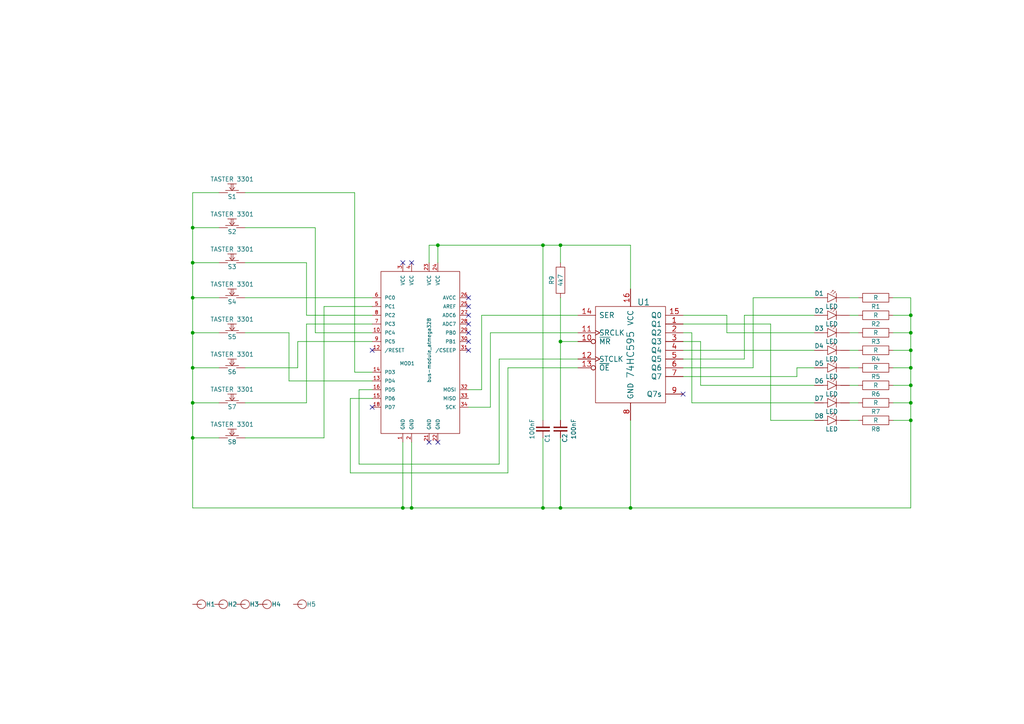
<source format=kicad_sch>
(kicad_sch (version 20211123) (generator eeschema)
  (paper "A4")
  (title_block (title "PushButton8") (date "2023-04-27") (rev "3") (comment 1 "Acht Taster und acht LEDs für KoeWiba-ATmega328-Modul"))
  (lib_symbols
    (symbol "pushbutton8-rescue:74HC595" (pin_names (offset 1.016))
      (property "Reference" "U" (at 3.81 15.24 0))
      (property "Value" "74HC595" (at 0 0 90))
      (symbol "74HC595_0_1"
        (rectangle (start -10.16 -13.97) (end 10.16 13.97))
      )
      (symbol "74HC595_1_1"
        (pin tri_state line (at 15.24 8.89 180) (length 5.08) (name "Q1") (number "1"))
        (pin input inverted (at -15.24 3.81 0) (length 5.08) (name "~{MR}") (number "10"))
        (pin input clock (at -15.24 6.35 0) (length 5.08) (name "SRCLK") (number "11"))
        (pin input clock (at -15.24 -1.27 0) (length 5.08) (name "STCLK") (number "12"))
        (pin input inverted (at -15.24 -3.81 0) (length 5.08) (name "~{OE}") (number "13"))
        (pin input line (at -15.24 11.43 0) (length 5.08) (name "SER") (number "14"))
        (pin tri_state line (at 15.24 11.43 180) (length 5.08) (name "Q0") (number "15"))
        (pin power_in line (at 0 19.05 270) (length 5.08) (name "VCC") (number "16"))
        (pin tri_state line (at 15.24 6.35 180) (length 5.08) (name "Q2") (number "2"))
        (pin tri_state line (at 15.24 3.81 180) (length 5.08) (name "Q3") (number "3"))
        (pin tri_state line (at 15.24 1.27 180) (length 5.08) (name "Q4") (number "4"))
        (pin tri_state line (at 15.24 -1.27 180) (length 5.08) (name "Q5") (number "5"))
        (pin tri_state line (at 15.24 -3.81 180) (length 5.08) (name "Q6") (number "6"))
        (pin tri_state line (at 15.24 -6.35 180) (length 5.08) (name "Q7") (number "7"))
        (pin power_in line (at 0 -19.05 90) (length 5.08) (name "GND") (number "8"))
        (pin output line (at 15.24 -11.43 180) (length 5.08) (name "Q7s") (number "9"))
      )
    )
    (symbol "pushbutton8-rescue:C" (pin_numbers hide) (pin_names (offset 1.016) hide)
      (property "Reference" "C" (at 1.27 1.27 0))
      (property "Value" "C" (at 0 -3.175 0))
      (symbol "C_0_1"
        (polyline (pts (xy -0.508 -1.905) (xy -0.508 1.905) (xy -0.508 1.905)))
        (polyline (pts (xy -0.381 -1.905) (xy -0.635 -1.905) (xy -0.635 -1.905)))
        (polyline (pts (xy -0.381 1.905) (xy -0.635 1.905) (xy -0.635 1.905)))
        (polyline (pts (xy -0.381 1.905) (xy -0.381 -1.905) (xy -0.381 -1.905)))
        (polyline (pts (xy 0.381 1.905) (xy 0.381 -1.905) (xy 0.381 -1.905)))
        (polyline (pts (xy 0.508 -1.905) (xy 0.508 1.905) (xy 0.508 1.905)))
        (polyline (pts (xy 0.635 -1.905) (xy 0.381 -1.905) (xy 0.381 -1.905)))
        (polyline (pts (xy 0.635 -1.905) (xy 0.635 1.905) (xy 0.635 1.905)))
        (polyline (pts (xy 0.635 1.905) (xy 0.381 1.905) (xy 0.381 1.905)))
        (polyline (pts (xy -0.635 1.905) (xy -0.635 -1.905) (xy -0.635 -1.905) (xy -0.635 -1.905)))
      )
      (symbol "C_1_1"
        (pin input line (at -2.54 0 0) (length 1.905) (name "1") (number "1"))
        (pin input line (at 2.54 0 180) (length 1.905) (name "2") (number "2"))
      )
    )
    (symbol "pushbutton8-rescue:HOLE" (pin_numbers hide) (pin_names (offset 1.016) hide)
      (property "Reference" "H" (at 2.54 0 0))
      (symbol "HOLE_0_1"
        (circle (center 1.27 0) (radius 1.27))
      )
      (symbol "HOLE_1_1"
        (pin unspecified line (at -1.27 0 0) (length 2.54) (name "~") (number "1"))
      )
    )
    (symbol "pushbutton8-rescue:LED" (pin_numbers hide) (pin_names (offset 1.016) hide)
      (property "Reference" "D" (at 0 5.08 0))
      (property "Value" "LED" (at 3.175 1.27 0))
      (symbol "LED_0_1"
        (polyline (pts (xy 3.81 3.81) (xy 2.54 3.81) (xy 2.54 3.81)))
        (polyline (pts (xy 5.461 5.969) (xy 4.699 5.207) (xy 4.699 5.207)) (stroke (width 0.1016)))
        (polyline (pts (xy 6.096 5.588) (xy 5.334 4.826) (xy 5.334 4.826)) (stroke (width 0.1016)))
        (polyline (pts (xy 5.842 5.588) (xy 6.096 5.588) (xy 6.096 5.334) (xy 6.096 5.334)) (stroke (width 0.1016)))
        (polyline (pts (xy 6.35 5.08) (xy 6.35 2.54) (xy 6.35 2.54) (xy 6.35 2.54)))
        (polyline (pts (xy 6.35 3.81) (xy 3.81 2.54) (xy 3.81 5.08) (xy 6.35 3.81) (xy 6.35 3.81)))
        (polyline (pts (xy 7.62 3.81) (xy 6.35 3.81) (xy 6.35 3.81) (xy 6.35 3.81) (xy 6.35 3.81)))
        (polyline (pts (xy 5.207 5.969) (xy 5.461 5.969) (xy 5.461 5.715) (xy 5.461 5.715) (xy 5.461 5.715) (xy 5.461 5.715)) (stroke (width 0.1016)))
      )
      (symbol "LED_1_1"
        (pin input line (at 0 3.81 0) (length 2.54) (name "A") (number "1"))
        (pin input line (at 10.16 3.81 180) (length 2.54) (name "C") (number "2"))
      )
    )
    (symbol "pushbutton8-rescue:PushButton_SPST_NO" (pin_numbers hide) (pin_names (offset 0) hide)
      (property "Reference" "S" (at 3.81 -1.905 0))
      (property "Value" "PushButton_SPST_NO" (at 3.81 3.175 0))
      (symbol "PushButton_SPST_NO_0_1"
        (polyline (pts (xy 1.905 0.635) (xy 5.715 0.635)))
        (polyline (pts (xy 2.54 2.54) (xy 5.08 2.54)))
        (polyline (pts (xy 3.556 1.016) (xy 3.556 2.54)))
        (polyline (pts (xy 3.81 0.635) (xy 3.048 1.524)))
        (polyline (pts (xy 3.81 0.635) (xy 4.572 1.524)))
        (polyline (pts (xy 4.064 1.016) (xy 4.064 2.54)))
      )
      (symbol "PushButton_SPST_NO_1_1"
        (pin input line (at 0 0 0) (length 2.54) (name "~") (number "1"))
        (pin input line (at 7.62 0 180) (length 2.54) (name "~") (number "2"))
      )
    )
    (symbol "pushbutton8-rescue:R" (pin_numbers hide) (pin_names (offset 1.016) hide)
      (property "Reference" "R" (at 0 -2.54 0))
      (property "Value" "R" (at 0 0 0))
      (symbol "R_0_1"
        (rectangle (start -3.81 1.27) (end 3.81 -1.27))
      )
      (symbol "R_1_1"
        (pin passive line (at -5.08 0 0) (length 1.27) (name "1") (number "1"))
        (pin passive line (at 5.08 0 180) (length 1.27) (name "2") (number "2"))
      )
    )
    (symbol "pushbutton8-rescue:bus-module_atmega328" (pin_names (offset 1.016))
      (property "Reference" "MOD" (at -3.81 -3.81 0))
      (property "Value" "bus-module_atmega328" (at 2.54 0 90))
      (symbol "bus-module_atmega328_0_1"
        (rectangle (start -11.43 -24.13) (end 11.43 22.86))
      )
      (symbol "bus-module_atmega328_1_1"
        (pin power_in line (at -5.08 -26.67 90) (length 2.54) (name "GND") (number "1"))
        (pin input line (at -13.97 5.08 0) (length 2.54) (name "PC4") (number "10"))
        (pin input line (at -13.97 0 0) (length 2.54) (name "/RESET") (number "12"))
        (pin input line (at -13.97 -8.89 0) (length 2.54) (name "PD4") (number "13"))
        (pin input line (at -13.97 -6.35 0) (length 2.54) (name "PD3") (number "14"))
        (pin input line (at -13.97 -13.97 0) (length 2.54) (name "PD6") (number "15"))
        (pin input line (at -13.97 -11.43 0) (length 2.54) (name "PD5") (number "16"))
        (pin input line (at -13.97 -16.51 0) (length 2.54) (name "PD7") (number "18"))
        (pin power_in line (at -2.54 -26.67 90) (length 2.54) (name "GND") (number "2"))
        (pin power_in line (at 2.54 -26.67 90) (length 2.54) (name "GND") (number "21"))
        (pin power_in line (at 5.08 -26.67 90) (length 2.54) (name "GND") (number "22"))
        (pin power_out line (at 2.54 25.4 270) (length 2.54) (name "VCC") (number "23"))
        (pin output line (at 5.08 25.4 270) (length 2.54) (name "VCC") (number "24"))
        (pin power_out line (at 13.97 12.7 180) (length 2.54) (name "AREF") (number "25"))
        (pin power_out line (at 13.97 15.24 180) (length 2.54) (name "AVCC") (number "26"))
        (pin input line (at 13.97 10.16 180) (length 2.54) (name "ADC6") (number "27"))
        (pin input line (at 13.97 7.62 180) (length 2.54) (name "ADC7") (number "28"))
        (pin input line (at 13.97 5.08 180) (length 2.54) (name "PB0") (number "29"))
        (pin power_out line (at -5.08 25.4 270) (length 2.54) (name "VCC") (number "3"))
        (pin input line (at 13.97 2.54 180) (length 2.54) (name "PB1") (number "30"))
        (pin input line (at 13.97 0 180) (length 2.54) (name "/CSEEP") (number "31"))
        (pin input line (at 13.97 -11.43 180) (length 2.54) (name "MOSI") (number "32"))
        (pin input line (at 13.97 -13.97 180) (length 2.54) (name "MISO") (number "33"))
        (pin input line (at 13.97 -16.51 180) (length 2.54) (name "SCK") (number "34"))
        (pin power_out line (at -2.54 25.4 270) (length 2.54) (name "VCC") (number "4"))
        (pin input line (at -13.97 12.7 0) (length 2.54) (name "PC1") (number "5"))
        (pin input line (at -13.97 15.24 0) (length 2.54) (name "PC0") (number "6"))
        (pin input line (at -13.97 7.62 0) (length 2.54) (name "PC3") (number "7"))
        (pin input line (at -13.97 10.16 0) (length 2.54) (name "PC2") (number "8"))
        (pin input line (at -13.97 2.54 0) (length 2.54) (name "PC5") (number "9"))
      )
    )
  )
  (junction (at 55.88 96.52))
  (junction (at 182.88 147.32))
  (junction (at 55.88 86.36))
  (junction (at 55.88 76.2))
  (junction (at 127 71.12))
  (junction (at 55.88 116.84))
  (junction (at 264.16 111.76))
  (junction (at 264.16 121.92))
  (junction (at 157.48 147.32))
  (junction (at 264.16 106.68))
  (junction (at 264.16 101.6))
  (junction (at 55.88 66.04))
  (junction (at 119.38 147.32))
  (junction (at 162.56 99.06))
  (junction (at 55.88 106.68))
  (junction (at 264.16 96.52))
  (junction (at 162.56 147.32))
  (junction (at 162.56 71.12))
  (junction (at 264.16 116.84))
  (junction (at 264.16 91.44))
  (junction (at 55.88 127))
  (junction (at 157.48 71.12))
  (junction (at 116.84 147.32))
  (no_connect (at 124.46 128.27))
  (no_connect (at 116.84 76.2))
  (no_connect (at 135.89 86.36))
  (no_connect (at 135.89 96.52))
  (no_connect (at 107.95 118.11))
  (no_connect (at 198.12 114.3))
  (no_connect (at 135.89 101.6))
  (no_connect (at 135.89 93.98))
  (no_connect (at 127 128.27))
  (no_connect (at 135.89 91.44))
  (no_connect (at 135.89 88.9))
  (no_connect (at 119.38 76.2))
  (no_connect (at 107.95 101.6))
  (no_connect (at 135.89 99.06))
  (wire (pts (xy 147.32 137.16) (xy 101.6 137.16)))
  (wire (pts (xy 63.5 106.68) (xy 55.88 106.68)))
  (wire (pts (xy 127 76.2) (xy 127 71.12)))
  (wire (pts (xy 93.98 127) (xy 71.12 127)))
  (wire (pts (xy 264.16 111.76) (xy 264.16 116.84)))
  (wire (pts (xy 203.2 111.76) (xy 236.22 111.76)))
  (wire (pts (xy 259.08 86.36) (xy 264.16 86.36)))
  (wire (pts (xy 142.24 118.11) (xy 135.89 118.11)))
  (wire (pts (xy 55.88 116.84) (xy 55.88 127)))
  (wire (pts (xy 264.16 101.6) (xy 264.16 106.68)))
  (wire (pts (xy 167.64 96.52) (xy 142.24 96.52)))
  (wire (pts (xy 259.08 101.6) (xy 264.16 101.6)))
  (wire (pts (xy 162.56 147.32) (xy 182.88 147.32)))
  (wire (pts (xy 135.89 113.03) (xy 139.7 113.03)))
  (wire (pts (xy 83.82 110.49) (xy 107.95 110.49)))
  (wire (pts (xy 162.56 86.36) (xy 162.56 99.06)))
  (wire (pts (xy 264.16 86.36) (xy 264.16 91.44)))
  (wire (pts (xy 147.32 106.68) (xy 147.32 137.16)))
  (wire (pts (xy 124.46 76.2) (xy 124.46 71.12)))
  (wire (pts (xy 142.24 96.52) (xy 142.24 118.11)))
  (wire (pts (xy 198.12 101.6) (xy 236.22 101.6)))
  (wire (pts (xy 91.44 66.04) (xy 71.12 66.04)))
  (wire (pts (xy 144.78 104.14) (xy 144.78 134.62)))
  (wire (pts (xy 218.44 106.68) (xy 198.12 106.68)))
  (wire (pts (xy 264.16 116.84) (xy 264.16 121.92)))
  (wire (pts (xy 93.98 88.9) (xy 93.98 127)))
  (wire (pts (xy 116.84 147.32) (xy 119.38 147.32)))
  (wire (pts (xy 236.22 96.52) (xy 210.82 96.52)))
  (wire (pts (xy 88.9 91.44) (xy 107.95 91.44)))
  (wire (pts (xy 157.48 121.92) (xy 157.48 71.12)))
  (wire (pts (xy 236.22 121.92) (xy 223.52 121.92)))
  (wire (pts (xy 246.38 106.68) (xy 248.92 106.68)))
  (wire (pts (xy 182.88 71.12) (xy 182.88 83.82)))
  (wire (pts (xy 116.84 128.27) (xy 116.84 147.32)))
  (wire (pts (xy 198.12 93.98) (xy 223.52 93.98)))
  (wire (pts (xy 55.88 147.32) (xy 116.84 147.32)))
  (wire (pts (xy 157.48 127) (xy 157.48 147.32)))
  (wire (pts (xy 101.6 137.16) (xy 101.6 115.57)))
  (wire (pts (xy 162.56 99.06) (xy 162.56 121.92)))
  (wire (pts (xy 162.56 71.12) (xy 182.88 71.12)))
  (wire (pts (xy 162.56 99.06) (xy 167.64 99.06)))
  (wire (pts (xy 55.88 76.2) (xy 55.88 86.36)))
  (wire (pts (xy 55.88 106.68) (xy 55.88 116.84)))
  (wire (pts (xy 144.78 134.62) (xy 104.14 134.62)))
  (wire (pts (xy 55.88 86.36) (xy 55.88 96.52)))
  (wire (pts (xy 55.88 116.84) (xy 63.5 116.84)))
  (wire (pts (xy 55.88 127) (xy 55.88 147.32)))
  (wire (pts (xy 198.12 99.06) (xy 203.2 99.06)))
  (wire (pts (xy 210.82 91.44) (xy 198.12 91.44)))
  (wire (pts (xy 259.08 106.68) (xy 264.16 106.68)))
  (wire (pts (xy 157.48 71.12) (xy 162.56 71.12)))
  (wire (pts (xy 264.16 106.68) (xy 264.16 111.76)))
  (wire (pts (xy 83.82 96.52) (xy 83.82 110.49)))
  (wire (pts (xy 264.16 91.44) (xy 264.16 96.52)))
  (wire (pts (xy 124.46 71.12) (xy 127 71.12)))
  (wire (pts (xy 88.9 76.2) (xy 71.12 76.2)))
  (wire (pts (xy 91.44 96.52) (xy 107.95 96.52)))
  (wire (pts (xy 104.14 113.03) (xy 107.95 113.03)))
  (wire (pts (xy 223.52 93.98) (xy 223.52 121.92)))
  (wire (pts (xy 88.9 93.98) (xy 107.95 93.98)))
  (wire (pts (xy 198.12 109.22) (xy 231.14 109.22)))
  (wire (pts (xy 259.08 121.92) (xy 264.16 121.92)))
  (wire (pts (xy 86.36 106.68) (xy 71.12 106.68)))
  (wire (pts (xy 215.9 91.44) (xy 215.9 104.14)))
  (wire (pts (xy 218.44 86.36) (xy 236.22 86.36)))
  (wire (pts (xy 55.88 66.04) (xy 55.88 76.2)))
  (wire (pts (xy 162.56 76.2) (xy 162.56 71.12)))
  (wire (pts (xy 107.95 86.36) (xy 71.12 86.36)))
  (wire (pts (xy 264.16 121.92) (xy 264.16 147.32)))
  (wire (pts (xy 88.9 91.44) (xy 88.9 76.2)))
  (wire (pts (xy 101.6 115.57) (xy 107.95 115.57)))
  (wire (pts (xy 259.08 96.52) (xy 264.16 96.52)))
  (wire (pts (xy 139.7 113.03) (xy 139.7 91.44)))
  (wire (pts (xy 102.87 107.95) (xy 102.87 55.88)))
  (wire (pts (xy 127 71.12) (xy 157.48 71.12)))
  (wire (pts (xy 259.08 111.76) (xy 264.16 111.76)))
  (wire (pts (xy 218.44 86.36) (xy 218.44 106.68)))
  (wire (pts (xy 104.14 134.62) (xy 104.14 113.03)))
  (wire (pts (xy 264.16 96.52) (xy 264.16 101.6)))
  (wire (pts (xy 231.14 106.68) (xy 236.22 106.68)))
  (wire (pts (xy 86.36 99.06) (xy 86.36 106.68)))
  (wire (pts (xy 246.38 91.44) (xy 248.92 91.44)))
  (wire (pts (xy 246.38 96.52) (xy 248.92 96.52)))
  (wire (pts (xy 63.5 76.2) (xy 55.88 76.2)))
  (wire (pts (xy 91.44 96.52) (xy 91.44 66.04)))
  (wire (pts (xy 246.38 86.36) (xy 248.92 86.36)))
  (wire (pts (xy 210.82 96.52) (xy 210.82 91.44)))
  (wire (pts (xy 86.36 99.06) (xy 107.95 99.06)))
  (wire (pts (xy 182.88 147.32) (xy 264.16 147.32)))
  (wire (pts (xy 231.14 109.22) (xy 231.14 106.68)))
  (wire (pts (xy 102.87 107.95) (xy 107.95 107.95)))
  (wire (pts (xy 259.08 116.84) (xy 264.16 116.84)))
  (wire (pts (xy 246.38 111.76) (xy 248.92 111.76)))
  (wire (pts (xy 162.56 127) (xy 162.56 147.32)))
  (wire (pts (xy 119.38 128.27) (xy 119.38 147.32)))
  (wire (pts (xy 215.9 104.14) (xy 198.12 104.14)))
  (wire (pts (xy 246.38 116.84) (xy 248.92 116.84)))
  (wire (pts (xy 71.12 96.52) (xy 83.82 96.52)))
  (wire (pts (xy 88.9 93.98) (xy 88.9 116.84)))
  (wire (pts (xy 55.88 55.88) (xy 55.88 66.04)))
  (wire (pts (xy 102.87 55.88) (xy 71.12 55.88)))
  (wire (pts (xy 246.38 121.92) (xy 248.92 121.92)))
  (wire (pts (xy 200.66 116.84) (xy 236.22 116.84)))
  (wire (pts (xy 63.5 86.36) (xy 55.88 86.36)))
  (wire (pts (xy 139.7 91.44) (xy 167.64 91.44)))
  (wire (pts (xy 198.12 96.52) (xy 200.66 96.52)))
  (wire (pts (xy 246.38 101.6) (xy 248.92 101.6)))
  (wire (pts (xy 93.98 88.9) (xy 107.95 88.9)))
  (wire (pts (xy 203.2 99.06) (xy 203.2 111.76)))
  (wire (pts (xy 119.38 147.32) (xy 157.48 147.32)))
  (wire (pts (xy 55.88 96.52) (xy 55.88 106.68)))
  (wire (pts (xy 55.88 55.88) (xy 63.5 55.88)))
  (wire (pts (xy 63.5 96.52) (xy 55.88 96.52)))
  (wire (pts (xy 215.9 91.44) (xy 236.22 91.44)))
  (wire (pts (xy 88.9 116.84) (xy 71.12 116.84)))
  (wire (pts (xy 200.66 96.52) (xy 200.66 116.84)))
  (wire (pts (xy 167.64 104.14) (xy 144.78 104.14)))
  (wire (pts (xy 259.08 91.44) (xy 264.16 91.44)))
  (wire (pts (xy 63.5 66.04) (xy 55.88 66.04)))
  (wire (pts (xy 157.48 147.32) (xy 162.56 147.32)))
  (wire (pts (xy 182.88 147.32) (xy 182.88 121.92)))
  (wire (pts (xy 55.88 127) (xy 63.5 127)))
  (wire (pts (xy 167.64 106.68) (xy 147.32 106.68)))
  (symbol (lib_id "pushbutton8-rescue:PushButton_SPST_NO") (at 63.5 55.88 0) (unit 1)
    (property "Reference" "S1" (at 67.31 57.785 0) (effects (justify bottom)))
    (property "Value" "TASTER 3301" (at 67.31 52.705 0) (effects (justify bottom)))
    (property "Footprint" "Switch_Miscelleaneus:PHAP3301" (effects hide))
  )
  (symbol (lib_id "pushbutton8-rescue:PushButton_SPST_NO") (at 63.5 66.04 0) (unit 1)
    (property "Reference" "S2" (at 67.31 67.945 0) (effects (justify bottom)))
    (property "Value" "TASTER 3301" (at 67.31 62.865 0) (effects (justify bottom)))
    (property "Footprint" "Switch_Miscelleaneus:PHAP3301" (effects hide))
  )
  (symbol (lib_id "pushbutton8-rescue:PushButton_SPST_NO") (at 63.5 76.2 0) (unit 1)
    (property "Reference" "S3" (at 67.31 78.105 0) (effects (justify bottom)))
    (property "Value" "TASTER 3301" (at 67.31 73.025 0) (effects (justify bottom)))
    (property "Footprint" "Switch_Miscelleaneus:PHAP3301" (effects hide))
  )
  (symbol (lib_id "pushbutton8-rescue:PushButton_SPST_NO") (at 63.5 86.36 0) (unit 1)
    (property "Reference" "S4" (at 67.31 88.265 0) (effects (justify bottom)))
    (property "Value" "TASTER 3301" (at 67.31 83.185 0) (effects (justify bottom)))
    (property "Footprint" "Switch_Miscelleaneus:PHAP3301" (effects hide))
  )
  (symbol (lib_id "pushbutton8-rescue:bus-module_atmega328") (at 121.92 101.6 0) (unit 1)
    (property "Reference" "MOD1" (at 118.11 105.41 0) (effects (font (size 1.016 1.016))))
    (property "Value" "bus-module_atmega328" (at 124.46 101.6 90) (effects (font (size 1.016 1.016))))
    (property "Footprint" "Modules:bus-module_atmega328" (effects hide))
  )
  (symbol (lib_id "pushbutton8-rescue:PushButton_SPST_NO") (at 63.5 96.52 0) (unit 1)
    (property "Reference" "S5" (at 67.31 98.425 0) (effects (justify bottom)))
    (property "Value" "TASTER 3301" (at 67.31 93.345 0) (effects (justify bottom)))
    (property "Footprint" "Switch_Miscelleaneus:PHAP3301" (effects hide))
  )
  (symbol (lib_id "pushbutton8-rescue:PushButton_SPST_NO") (at 63.5 106.68 0) (unit 1)
    (property "Reference" "S6" (at 67.31 108.585 0) (effects (justify bottom)))
    (property "Value" "TASTER 3301" (at 67.31 103.505 0) (effects (justify bottom)))
    (property "Footprint" "Switch_Miscelleaneus:PHAP3301" (effects hide))
  )
  (symbol (lib_id "pushbutton8-rescue:PushButton_SPST_NO") (at 63.5 116.84 0) (unit 1)
    (property "Reference" "S7" (at 67.31 118.745 0) (effects (justify bottom)))
    (property "Value" "TASTER 3301" (at 67.31 113.665 0) (effects (justify bottom)))
    (property "Footprint" "Switch_Miscelleaneus:PHAP3301" (effects hide))
  )
  (symbol (lib_id "pushbutton8-rescue:PushButton_SPST_NO") (at 63.5 127 0) (unit 1)
    (property "Reference" "S8" (at 67.31 128.905 0) (effects (justify bottom)))
    (property "Value" "TASTER 3301" (at 67.31 123.825 0) (effects (justify bottom)))
    (property "Footprint" "Switch_Miscelleaneus:PHAP3301" (effects hide))
  )
  (symbol (lib_id "pushbutton8-rescue:LED") (at 236.22 90.17 0) (unit 1)
    (property "Reference" "D1" (at 236.22 85.09 0) (effects (justify left)))
    (property "Value" "LED" (at 239.395 88.9 0) (effects (justify left)))
    (property "Footprint" "Resistor:R_0805" (effects hide))
  )
  (symbol (lib_id "pushbutton8-rescue:LED") (at 236.22 95.25 0) (unit 1)
    (property "Reference" "D2" (at 236.22 90.17 0) (effects (justify left)))
    (property "Value" "LED" (at 239.395 93.98 0) (effects (justify left)))
    (property "Footprint" "Resistor:R_0805" (effects hide))
  )
  (symbol (lib_id "pushbutton8-rescue:LED") (at 236.22 100.33 0) (unit 1)
    (property "Reference" "D3" (at 236.22 95.25 0) (effects (justify left)))
    (property "Value" "LED" (at 239.395 99.06 0) (effects (justify left)))
    (property "Footprint" "Resistor:R_0805" (effects hide))
  )
  (symbol (lib_id "pushbutton8-rescue:LED") (at 236.22 105.41 0) (unit 1)
    (property "Reference" "D4" (at 236.22 100.33 0) (effects (justify left)))
    (property "Value" "LED" (at 239.395 104.14 0) (effects (justify left)))
    (property "Footprint" "Resistor:R_0805" (effects hide))
  )
  (symbol (lib_id "pushbutton8-rescue:LED") (at 236.22 110.49 0) (unit 1)
    (property "Reference" "D5" (at 236.22 105.41 0) (effects (justify left)))
    (property "Value" "LED" (at 239.395 109.22 0) (effects (justify left)))
    (property "Footprint" "Resistor:R_0805" (effects hide))
  )
  (symbol (lib_id "pushbutton8-rescue:LED") (at 236.22 115.57 0) (unit 1)
    (property "Reference" "D6" (at 236.22 110.49 0) (effects (justify left)))
    (property "Value" "LED" (at 239.395 114.3 0) (effects (justify left)))
    (property "Footprint" "Resistor:R_0805" (effects hide))
  )
  (symbol (lib_id "pushbutton8-rescue:LED") (at 236.22 120.65 0) (unit 1)
    (property "Reference" "D7" (at 236.22 115.57 0) (effects (justify left)))
    (property "Value" "LED" (at 239.395 119.38 0) (effects (justify left)))
    (property "Footprint" "Resistor:R_0805" (effects hide))
  )
  (symbol (lib_id "pushbutton8-rescue:LED") (at 236.22 125.73 0) (unit 1)
    (property "Reference" "D8" (at 236.22 120.65 0) (effects (justify left)))
    (property "Value" "LED" (at 239.395 124.46 0) (effects (justify left)))
    (property "Footprint" "Resistor:R_0805" (effects hide))
  )
  (symbol (lib_id "pushbutton8-rescue:74HC595") (at 182.88 102.87 0) (unit 1)
    (property "Reference" "U1" (at 186.69 87.63 0) (effects (font (size 1.778 1.778))))
    (property "Value" "74HC595" (at 182.88 102.87 90) (effects (font (size 2.0066 2.0066))))
    (property "Footprint" "Housings_SOIC:SO16N" (effects hide))
  )
  (symbol (lib_id "pushbutton8-rescue:C") (at 162.56 124.46 270) (unit 1)
    (property "Reference" "C2" (at 163.83 125.73 0) (effects (justify left)))
    (property "Value" "100nF" (at 166.37 124.46 0))
    (property "Footprint" "Capacitors_SMD:C_0805" (effects hide))
  )
  (symbol (lib_id "pushbutton8-rescue:R") (at 254 86.36 0) (unit 1)
    (property "Reference" "R1" (at 254 88.9 0))
    (property "Value" "R" (at 254 86.36 0))
    (property "Footprint" "Resistor:R_0805" (effects hide))
  )
  (symbol (lib_id "pushbutton8-rescue:R") (at 254 91.44 0) (unit 1)
    (property "Reference" "R2" (at 254 93.98 0))
    (property "Value" "R" (at 254 91.44 0))
    (property "Footprint" "Resistor:R_0805" (effects hide))
  )
  (symbol (lib_id "pushbutton8-rescue:R") (at 254 96.52 0) (unit 1)
    (property "Reference" "R3" (at 254 99.06 0))
    (property "Value" "R" (at 254 96.52 0))
    (property "Footprint" "Resistor:R_0805" (effects hide))
  )
  (symbol (lib_id "pushbutton8-rescue:R") (at 254 101.6 0) (unit 1)
    (property "Reference" "R4" (at 254 104.14 0))
    (property "Value" "R" (at 254 101.6 0))
    (property "Footprint" "Resistor:R_0805" (effects hide))
  )
  (symbol (lib_id "pushbutton8-rescue:R") (at 254 106.68 0) (unit 1)
    (property "Reference" "R5" (at 254 109.22 0))
    (property "Value" "R" (at 254 106.68 0))
    (property "Footprint" "Resistor:R_0805" (effects hide))
  )
  (symbol (lib_id "pushbutton8-rescue:R") (at 254 111.76 0) (unit 1)
    (property "Reference" "R6" (at 254 114.3 0))
    (property "Value" "R" (at 254 111.76 0))
    (property "Footprint" "Resistor:R_0805" (effects hide))
  )
  (symbol (lib_id "pushbutton8-rescue:R") (at 254 116.84 0) (unit 1)
    (property "Reference" "R7" (at 254 119.38 0))
    (property "Value" "R" (at 254 116.84 0))
    (property "Footprint" "Resistor:R_0805" (effects hide))
  )
  (symbol (lib_id "pushbutton8-rescue:R") (at 254 121.92 0) (unit 1)
    (property "Reference" "R8" (at 254 124.46 0))
    (property "Value" "R" (at 254 121.92 0))
    (property "Footprint" "Resistor:R_0805" (effects hide))
  )
  (symbol (lib_id "pushbutton8-rescue:R") (at 162.56 81.28 270) (unit 1)
    (property "Reference" "R9" (at 160.02 81.28 0))
    (property "Value" "4k7" (at 162.56 81.28 0))
    (property "Footprint" "Resistor:R_0805" (effects hide))
  )
  (symbol (lib_id "pushbutton8-rescue:C") (at 157.48 124.46 270) (unit 1)
    (property "Reference" "C1" (at 158.75 125.73 0) (effects (justify left)))
    (property "Value" "100nF" (at 154.305 124.46 0))
    (property "Footprint" "Capacitors_SMD:C_0805" (effects hide))
  )
  (symbol (lib_id "pushbutton8-rescue:HOLE") (at 57.15 175.26 0) (unit 1)
    (property "Reference" "H1" (at 59.69 175.26 0) (effects (justify left)))
    (property "Value" "HOLE" (effects hide))
    (property "Footprint" "Mechanical:HOLE_4,0mm" (effects hide))
  )
  (symbol (lib_id "pushbutton8-rescue:HOLE") (at 63.5 175.26 0) (unit 1)
    (property "Reference" "H2" (at 66.04 175.26 0) (effects (justify left)))
    (property "Value" "HOLE" (effects hide))
    (property "Footprint" "Mechanical:HOLE_4,0mm" (effects hide))
  )
  (symbol (lib_id "pushbutton8-rescue:HOLE") (at 69.85 175.26 0) (unit 1)
    (property "Reference" "H3" (at 72.39 175.26 0) (effects (justify left)))
    (property "Value" "HOLE" (effects hide))
    (property "Footprint" "Mechanical:HOLE_4,0mm" (effects hide))
  )
  (symbol (lib_id "pushbutton8-rescue:HOLE") (at 76.2 175.26 0) (unit 1)
    (property "Reference" "H4" (at 78.74 175.26 0) (effects (justify left)))
    (property "Value" "HOLE" (effects hide))
    (property "Footprint" "Mechanical:HOLE_4,0mm" (effects hide))
  )
  (symbol (lib_id "pushbutton8-rescue:HOLE") (at 86.36 175.26 0) (unit 1)
    (property "Reference" "H5" (at 88.9 175.26 0) (effects (justify left)))
    (property "Value" "HOLE" (effects hide))
    (property "Footprint" "Mechanical:HOLE_2.5mm" (effects hide))
  )
)
</source>
